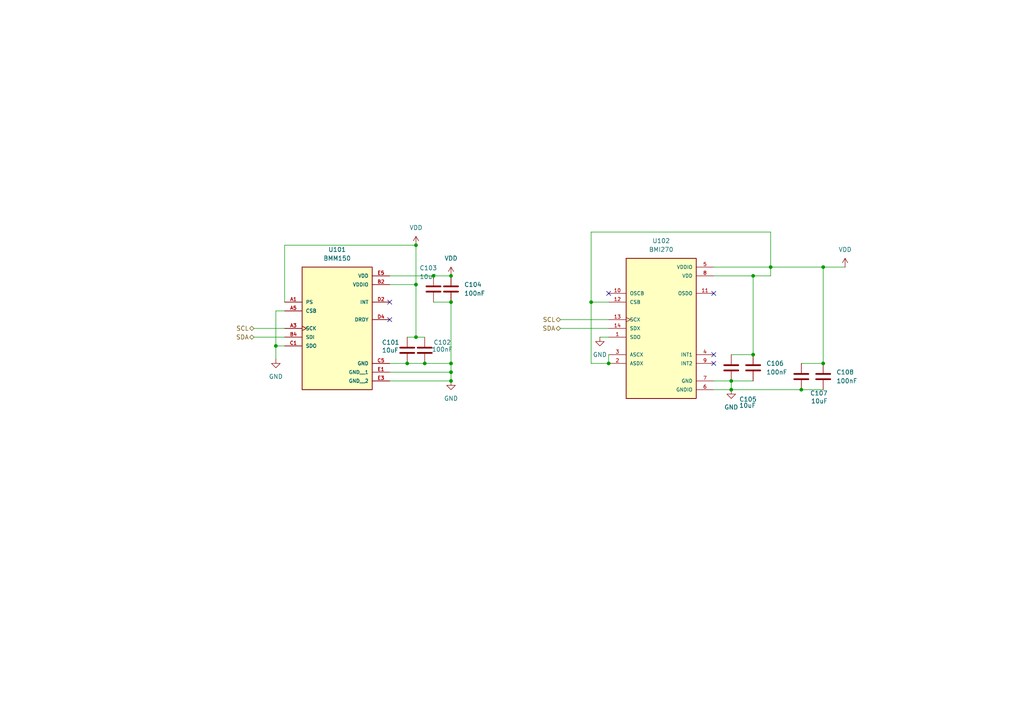
<source format=kicad_sch>
(kicad_sch (version 20250114) (generator "eeschema") (generator_version "9.0")
  (paper "A4")
  (lib_symbols
    (symbol "Device:C" (pin_numbers (hide yes)) (pin_names (offset 0.254))
      (property "Reference" "C" (at 0.635 2.54 0))
      (property "Value" "C" (at 0.635 -2.54 0))
      (symbol "C_0_1"
        (polyline (pts (xy -2.032 0.762) (xy 2.032 0.762)) (stroke (width 0.508)))
        (polyline (pts (xy -2.032 -0.762) (xy 2.032 -0.762)) (stroke (width 0.508)))
      )
      (symbol "C_1_1"
        (pin passive line (at 0 3.81 270) (length 2.794) (name "~") (number "1"))
        (pin passive line (at 0 -3.81 90) (length 2.794) (name "~") (number "2"))
      )
    )
    (symbol "WOBC_BMI270:BMI270" (pin_names (offset 1.016))
      (property "Reference" "U" (at -10.16 21.082 0))
      (property "Value" "BMI270" (at -10.16 -22.86 0))
      (symbol "BMI270_0_0"
        (rectangle (start -10.16 -20.32) (end 10.16 20.32) (stroke (width 0.254)) (fill (type background)))
        (pin input line (at -15.24 10.16 0) (length 5.08) (name "OSCB") (number "10"))
        (pin input line (at -15.24 7.62 0) (length 5.08) (name "CSB") (number "12"))
        (pin input clock (at -15.24 2.54 0) (length 5.08) (name "SCX") (number "13"))
        (pin bidirectional line (at -15.24 0 0) (length 5.08) (name "SDX") (number "14"))
        (pin bidirectional line (at -15.24 -2.54 0) (length 5.08) (name "SDO") (number "1"))
        (pin bidirectional line (at -15.24 -7.62 0) (length 5.08) (name "ASCX") (number "3"))
        (pin bidirectional line (at -15.24 -10.16 0) (length 5.08) (name "ASDX") (number "2"))
        (pin power_in line (at 15.24 17.78 180) (length 5.08) (name "VDDIO") (number "5"))
        (pin power_in line (at 15.24 15.24 180) (length 5.08) (name "VDD") (number "8"))
        (pin output line (at 15.24 10.16 180) (length 5.08) (name "OSDO") (number "11"))
        (pin bidirectional line (at 15.24 -7.62 180) (length 5.08) (name "INT1") (number "4"))
        (pin bidirectional line (at 15.24 -10.16 180) (length 5.08) (name "INT2") (number "9"))
        (pin power_in line (at 15.24 -15.24 180) (length 5.08) (name "GND") (number "7"))
        (pin power_in line (at 15.24 -17.78 180) (length 5.08) (name "GNDIO") (number "6"))
      )
    )
    (symbol "WOBC_BMM150:BMM150" (pin_names (offset 1.016))
      (property "Reference" "U" (at -10.16 16.51 0))
      (property "Value" "BMM150" (at -10.16 -21.59 0))
      (symbol "BMM150_0_0"
        (rectangle (start -10.16 -20.32) (end 10.16 15.24) (stroke (width 0.254)) (fill (type background)))
        (pin input line (at -15.24 5.08 0) (length 5.08) (name "PS") (number "A1"))
        (pin input line (at -15.24 2.54 0) (length 5.08) (name "CSB") (number "A5"))
        (pin input clock (at -15.24 -2.54 0) (length 5.08) (name "SCK") (number "A3"))
        (pin bidirectional line (at -15.24 -5.08 0) (length 5.08) (name "SDI") (number "B4"))
        (pin output line (at -15.24 -7.62 0) (length 5.08) (name "SDO") (number "C1"))
        (pin power_in line (at 15.24 12.7 180) (length 5.08) (name "VDD") (number "E5"))
        (pin power_in line (at 15.24 10.16 180) (length 5.08) (name "VDDIO") (number "B2"))
        (pin output line (at 15.24 5.08 180) (length 5.08) (name "INT") (number "D2"))
        (pin output line (at 15.24 0 180) (length 5.08) (name "DRDY") (number "D4"))
        (pin power_in line (at 15.24 -12.7 180) (length 5.08) (name "GND") (number "C5"))
        (pin power_in line (at 15.24 -15.24 180) (length 5.08) (name "GND__1") (number "E1"))
        (pin power_in line (at 15.24 -17.78 180) (length 5.08) (name "GND__2") (number "E3"))
      )
    )
    (symbol "power:GND" (power) (pin_numbers (hide yes)) (pin_names (offset 0) (hide yes))
      (property "Value" "GND" (at 0 -3.81 0))
      (symbol "GND_0_1"
        (polyline (pts (xy 0 0) (xy 0 -1.27) (xy 1.27 -1.27) (xy 0 -2.54) (xy -1.27 -1.27) (xy 0 -1.27)))
      )
      (symbol "GND_1_1"
        (pin power_in line (at 0 0 270) (length 0) (name "~") (number "1"))
      )
    )
    (symbol "power:VDD" (power) (pin_numbers (hide yes)) (pin_names (offset 0) (hide yes))
      (property "Value" "VDD" (at 0 3.556 0))
      (symbol "VDD_0_1"
        (polyline (pts (xy -0.762 1.27) (xy 0 2.54)))
        (polyline (pts (xy 0 2.54) (xy 0.762 1.27)))
        (polyline (pts (xy 0 0) (xy 0 2.54)))
      )
      (symbol "VDD_1_1"
        (pin power_in line (at 0 0 90) (length 0) (name "~") (number "1"))
      )
    )
  )
  (junction (at 238.76 77.47))
  (junction (at 80.01 100.33))
  (junction (at 120.65 71.12))
  (junction (at 171.45 87.63))
  (junction (at 238.76 105.41))
  (junction (at 125.73 80.01))
  (junction (at 218.44 80.01))
  (junction (at 212.09 113.03))
  (junction (at 218.44 102.87))
  (junction (at 130.81 105.41))
  (junction (at 130.81 87.63))
  (junction (at 232.41 113.03))
  (junction (at 176.53 105.41))
  (junction (at 223.52 77.47))
  (junction (at 212.09 110.49))
  (junction (at 118.11 105.41))
  (junction (at 123.19 105.41))
  (junction (at 130.81 110.49))
  (junction (at 120.65 82.55))
  (junction (at 130.81 80.01))
  (junction (at 130.81 107.95))
  (junction (at 120.65 97.79))
  (no_connect (at 207.01 85.09))
  (no_connect (at 113.03 87.63))
  (no_connect (at 207.01 105.41))
  (no_connect (at 207.01 102.87))
  (no_connect (at 113.03 92.71))
  (no_connect (at 176.53 85.09))
  (wire (pts (xy 232.41 113.03) (xy 238.76 113.03)))
  (wire (pts (xy 125.73 80.01) (xy 130.81 80.01)))
  (wire (pts (xy 171.45 105.41) (xy 176.53 105.41)))
  (wire (pts (xy 171.45 87.63) (xy 171.45 67.31)))
  (wire (pts (xy 118.11 105.41) (xy 123.19 105.41)))
  (wire (pts (xy 171.45 87.63) (xy 176.53 87.63)))
  (wire (pts (xy 113.03 82.55) (xy 120.65 82.55)))
  (wire (pts (xy 82.55 71.12) (xy 120.65 71.12)))
  (wire (pts (xy 118.11 97.79) (xy 120.65 97.79)))
  (wire (pts (xy 218.44 80.01) (xy 223.52 80.01)))
  (wire (pts (xy 125.73 87.63) (xy 130.81 87.63)))
  (wire (pts (xy 207.01 77.47) (xy 223.52 77.47)))
  (wire (pts (xy 207.01 110.49) (xy 212.09 110.49)))
  (wire (pts (xy 82.55 87.63) (xy 82.55 71.12)))
  (wire (pts (xy 120.65 71.12) (xy 120.65 82.55)))
  (wire (pts (xy 120.65 97.79) (xy 123.19 97.79)))
  (wire (pts (xy 82.55 90.17) (xy 80.01 90.17)))
  (wire (pts (xy 130.81 107.95) (xy 113.03 107.95)))
  (wire (pts (xy 212.09 110.49) (xy 212.09 113.03)))
  (wire (pts (xy 73.66 95.25) (xy 82.55 95.25)))
  (wire (pts (xy 171.45 67.31) (xy 223.52 67.31)))
  (wire (pts (xy 80.01 100.33) (xy 80.01 104.14)))
  (wire (pts (xy 73.66 97.79) (xy 82.55 97.79)))
  (wire (pts (xy 162.56 95.25) (xy 176.53 95.25)))
  (wire (pts (xy 123.19 105.41) (xy 130.81 105.41)))
  (wire (pts (xy 223.52 67.31) (xy 223.52 77.47)))
  (wire (pts (xy 207.01 80.01) (xy 218.44 80.01)))
  (wire (pts (xy 113.03 80.01) (xy 125.73 80.01)))
  (wire (pts (xy 212.09 110.49) (xy 218.44 110.49)))
  (wire (pts (xy 176.53 92.71) (xy 162.56 92.71)))
  (wire (pts (xy 212.09 113.03) (xy 232.41 113.03)))
  (wire (pts (xy 207.01 113.03) (xy 212.09 113.03)))
  (wire (pts (xy 171.45 105.41) (xy 171.45 87.63)))
  (wire (pts (xy 130.81 110.49) (xy 130.81 107.95)))
  (wire (pts (xy 80.01 90.17) (xy 80.01 100.33)))
  (wire (pts (xy 130.81 87.63) (xy 130.81 105.41)))
  (wire (pts (xy 120.65 82.55) (xy 120.65 97.79)))
  (wire (pts (xy 218.44 80.01) (xy 218.44 102.87)))
  (wire (pts (xy 130.81 105.41) (xy 130.81 107.95)))
  (wire (pts (xy 238.76 77.47) (xy 238.76 105.41)))
  (wire (pts (xy 113.03 110.49) (xy 130.81 110.49)))
  (wire (pts (xy 232.41 105.41) (xy 238.76 105.41)))
  (wire (pts (xy 212.09 102.87) (xy 218.44 102.87)))
  (wire (pts (xy 113.03 105.41) (xy 118.11 105.41)))
  (wire (pts (xy 223.52 77.47) (xy 238.76 77.47)))
  (wire (pts (xy 223.52 77.47) (xy 223.52 80.01)))
  (wire (pts (xy 176.53 97.79) (xy 173.99 97.79)))
  (wire (pts (xy 176.53 102.87) (xy 176.53 105.41)))
  (wire (pts (xy 82.55 100.33) (xy 80.01 100.33)))
  (wire (pts (xy 238.76 77.47) (xy 245.11 77.47)))
  (hierarchical_label "SDA" (shape bidirectional) (at 73.66 97.79 180))
  (hierarchical_label "SCL" (shape bidirectional) (at 162.56 92.71 180))
  (hierarchical_label "SDA" (shape bidirectional) (at 162.56 95.25 180))
  (hierarchical_label "SCL" (shape bidirectional) (at 73.66 95.25 180))
  (symbol (lib_id "power:VDD") (at 245.11 77.47 0) (unit 1)
    (property "Reference" "#PWR0107" (effects (hide yes)))
    (property "Value" "VDD" (at 245.11 72.39 0))
    (property "Description" "Power symbol creates a global label with name \"VDD\"" (effects (hide yes)))
  )
  (symbol (lib_id "power:VDD") (at 120.65 71.12 0) (unit 1)
    (property "Reference" "#PWR0102" (effects (hide yes)))
    (property "Value" "VDD" (at 120.65 66.04 0))
    (property "Description" "Power symbol creates a global label with name \"VDD\"" (effects (hide yes)))
  )
  (symbol (lib_id "WOBC_BMI270:BMI270") (at 191.77 95.25 0) (unit 1)
    (property "Reference" "U102" (at 191.77 69.85 0))
    (property "Value" "BMI270" (at 191.77 72.39 0))
    (property "Footprint" "WOBCLibrary:XDCR_BMI270" (effects (hide yes)))
    (property "PATREV" "1.0" (effects (hide yes)))
    (property "STANDARD" "Manufacturer Recommendations" (effects (hide yes)))
    (property "MAXIMUM_PACKAGE_HEIGHT" "0.87mm" (effects (hide yes)))
    (property "MANUFACTURER" "Bosch Sensortec" (effects (hide yes)))
  )
  (symbol (lib_id "Device:C") (at 130.81 83.82 0) (unit 1)
    (property "Reference" "C104" (at 134.62 82.5499 0) (effects (justify left)))
    (property "Value" "100nF" (at 134.62 85.0899 0) (effects (justify left)))
    (property "Footprint" "Capacitor_SMD:C_0402_1005Metric" (effects (hide yes)))
    (property "Description" "Unpolarized capacitor" (effects (hide yes)))
    (property "LCSC" "C1525" (effects (hide yes)))
  )
  (symbol (lib_id "Device:C") (at 125.73 83.82 0) (unit 1)
    (property "Reference" "C103" (at 121.666 77.724 0) (effects (justify left)))
    (property "Value" "10uF" (at 121.666 80.264 0) (effects (justify left)))
    (property "Footprint" "Capacitor_SMD:C_0603_1608Metric" (effects (hide yes)))
    (property "Description" "Unpolarized capacitor" (effects (hide yes)))
    (property "LCSC" "C19702" (effects (hide yes)))
  )
  (symbol (lib_id "Device:C") (at 118.11 101.6 0) (unit 1)
    (property "Reference" "C101" (at 110.744 99.314 0) (effects (justify left)))
    (property "Value" "10uF" (at 110.744 101.6 0) (effects (justify left)))
    (property "Footprint" "Capacitor_SMD:C_0603_1608Metric" (effects (hide yes)))
    (property "Description" "Unpolarized capacitor" (effects (hide yes)))
    (property "LCSC" "C19702" (effects (hide yes)))
  )
  (symbol (lib_id "WOBC_BMM150:BMM150") (at 97.79 92.71 0) (unit 1)
    (property "Reference" "U101" (at 97.79 72.39 0))
    (property "Value" "BMM150" (at 97.79 74.93 0))
    (property "Footprint" "WOBCLibrary:XDCR_BMM150" (effects (hide yes)))
    (property "MF" "Bosch Sensortec" (effects (hide yes)))
    (property "DESCRIPTION" "BMM150 Series 3.6 V Surface Mount Three-Axis Geomagnetic Sensor - WLCSP-12" (effects (hide yes)))
    (property "PACKAGE" "WLCSP-12 Bosch" (effects (hide yes)))
    (property "PRICE" "None" (effects (hide yes)))
    (property "MP" "BMM150" (effects (hide yes)))
    (property "AVAILABILITY" "Unavailable" (effects (hide yes)))
  )
  (symbol (lib_id "Device:C") (at 238.76 109.22 0) (unit 1)
    (property "Reference" "C108" (at 242.57 107.9499 0) (effects (justify left)))
    (property "Value" "100nF" (at 242.57 110.4899 0) (effects (justify left)))
    (property "Footprint" "Capacitor_SMD:C_0402_1005Metric" (effects (hide yes)))
    (property "Description" "Unpolarized capacitor" (effects (hide yes)))
    (property "LCSC" "C1525" (effects (hide yes)))
  )
  (symbol (lib_id "Device:C") (at 232.41 109.22 0) (unit 1)
    (property "Reference" "C107" (at 234.95 114.046 0) (effects (justify left)))
    (property "Value" "10uF" (at 235.204 116.332 0) (effects (justify left)))
    (property "Footprint" "Capacitor_SMD:C_0603_1608Metric" (effects (hide yes)))
    (property "Description" "Unpolarized capacitor" (effects (hide yes)))
    (property "LCSC" "C19702" (effects (hide yes)))
  )
  (symbol (lib_id "power:GND") (at 173.99 97.79 0) (unit 1)
    (property "Reference" "#PWR0105" (effects (hide yes)))
    (property "Value" "GND" (at 173.99 102.87 0))
    (property "Description" "Power symbol creates a global label with name \"GND\" , ground" (effects (hide yes)))
  )
  (symbol (lib_id "Device:C") (at 123.19 101.6 0) (unit 1)
    (property "Reference" "C102" (at 125.73 99.314 0) (effects (justify left)))
    (property "Value" "100nF" (at 125.222 101.346 0) (effects (justify left)))
    (property "Footprint" "Capacitor_SMD:C_0402_1005Metric" (effects (hide yes)))
    (property "Description" "Unpolarized capacitor" (effects (hide yes)))
    (property "LCSC" "C1525" (effects (hide yes)))
  )
  (symbol (lib_id "Device:C") (at 218.44 106.68 0) (unit 1)
    (property "Reference" "C106" (at 222.25 105.4099 0) (effects (justify left)))
    (property "Value" "100nF" (at 222.25 107.9499 0) (effects (justify left)))
    (property "Footprint" "Capacitor_SMD:C_0402_1005Metric" (effects (hide yes)))
    (property "Description" "Unpolarized capacitor" (effects (hide yes)))
    (property "LCSC" "C1525" (effects (hide yes)))
  )
  (symbol (lib_id "power:VDD") (at 130.81 80.01 0) (unit 1)
    (property "Reference" "#PWR0103" (effects (hide yes)))
    (property "Value" "VDD" (at 130.81 74.93 0))
    (property "Description" "Power symbol creates a global label with name \"VDD\"" (effects (hide yes)))
  )
  (symbol (lib_id "power:GND") (at 80.01 104.14 0) (unit 1)
    (property "Reference" "#PWR0101" (effects (hide yes)))
    (property "Value" "GND" (at 80.01 109.22 0))
    (property "Description" "Power symbol creates a global label with name \"GND\" , ground" (effects (hide yes)))
  )
  (symbol (lib_id "power:GND") (at 212.09 113.03 0) (unit 1)
    (property "Reference" "#PWR0106" (effects (hide yes)))
    (property "Value" "GND" (at 212.09 118.11 0))
    (property "Description" "Power symbol creates a global label with name \"GND\" , ground" (effects (hide yes)))
  )
  (symbol (lib_id "Device:C") (at 212.09 106.68 0) (unit 1)
    (property "Reference" "C105" (at 214.376 115.824 0) (effects (justify left)))
    (property "Value" "10uF" (at 214.376 117.602 0) (effects (justify left)))
    (property "Footprint" "Capacitor_SMD:C_0603_1608Metric" (effects (hide yes)))
    (property "Description" "Unpolarized capacitor" (effects (hide yes)))
    (property "LCSC" "C19702" (effects (hide yes)))
  )
  (symbol (lib_id "power:GND") (at 130.81 110.49 0) (unit 1)
    (property "Reference" "#PWR0104" (effects (hide yes)))
    (property "Value" "GND" (at 130.81 115.57 0))
    (property "Description" "Power symbol creates a global label with name \"GND\" , ground" (effects (hide yes)))
  )
)
</source>
